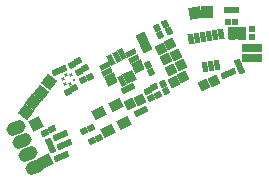
<source format=gts>
G04*
G04 #@! TF.GenerationSoftware,Altium Limited,Altium Designer,19.0.15 (446)*
G04*
G04 Layer_Color=8388736*
%FSLAX42Y42*%
%MOMM*%
G71*
G01*
G75*
%ADD37R,0.25X0.70*%
%ADD38R,1.50X1.10*%
%ADD39R,1.57X0.70*%
%ADD40R,0.30X0.30*%
%ADD41P,0.97X4X180.0*%
G04:AMPARAMS|DCode=42|XSize=0.47mm|YSize=0.85mm|CornerRadius=0mm|HoleSize=0mm|Usage=FLASHONLY|Rotation=190.000|XOffset=0mm|YOffset=0mm|HoleType=Round|Shape=Rectangle|*
%AMROTATEDRECTD42*
4,1,4,0.16,0.46,0.31,-0.38,-0.16,-0.46,-0.31,0.38,0.16,0.46,0.0*
%
%ADD42ROTATEDRECTD42*%

G04:AMPARAMS|DCode=43|XSize=0.45mm|YSize=0.85mm|CornerRadius=0mm|HoleSize=0mm|Usage=FLASHONLY|Rotation=190.000|XOffset=0mm|YOffset=0mm|HoleType=Round|Shape=Rectangle|*
%AMROTATEDRECTD43*
4,1,4,0.15,0.46,0.30,-0.38,-0.15,-0.46,-0.30,0.38,0.15,0.46,0.0*
%
%ADD43ROTATEDRECTD43*%

%ADD44R,1.00X1.00*%
%ADD45P,1.42X4X55.0*%
%ADD46P,1.42X4X161.0*%
%ADD47P,1.42X4X97.0*%
G04:AMPARAMS|DCode=48|XSize=0.55mm|YSize=0.64mm|CornerRadius=0mm|HoleSize=0mm|Usage=FLASHONLY|Rotation=116.000|XOffset=0mm|YOffset=0mm|HoleType=Round|Shape=Rectangle|*
%AMROTATEDRECTD48*
4,1,4,0.41,-0.11,-0.17,-0.39,-0.41,0.11,0.17,0.39,0.41,-0.11,0.0*
%
%ADD48ROTATEDRECTD48*%

G04:AMPARAMS|DCode=49|XSize=0.84mm|YSize=0.8mm|CornerRadius=0mm|HoleSize=0mm|Usage=FLASHONLY|Rotation=116.000|XOffset=0mm|YOffset=0mm|HoleType=Round|Shape=Rectangle|*
%AMROTATEDRECTD49*
4,1,4,0.55,-0.20,-0.18,-0.55,-0.55,0.20,0.18,0.55,0.55,-0.20,0.0*
%
%ADD49ROTATEDRECTD49*%

G04:AMPARAMS|DCode=50|XSize=0.55mm|YSize=0.64mm|CornerRadius=0mm|HoleSize=0mm|Usage=FLASHONLY|Rotation=26.000|XOffset=0mm|YOffset=0mm|HoleType=Round|Shape=Rectangle|*
%AMROTATEDRECTD50*
4,1,4,-0.11,-0.41,-0.39,0.17,0.11,0.41,0.39,-0.17,-0.11,-0.41,0.0*
%
%ADD50ROTATEDRECTD50*%

%ADD51R,0.64X0.55*%
G04:AMPARAMS|DCode=52|XSize=0.55mm|YSize=0.6mm|CornerRadius=0mm|HoleSize=0mm|Usage=FLASHONLY|Rotation=116.000|XOffset=0mm|YOffset=0mm|HoleType=Round|Shape=Rectangle|*
%AMROTATEDRECTD52*
4,1,4,0.39,-0.12,-0.15,-0.38,-0.39,0.12,0.15,0.38,0.39,-0.12,0.0*
%
%ADD52ROTATEDRECTD52*%

G04:AMPARAMS|DCode=53|XSize=0.55mm|YSize=0.6mm|CornerRadius=0mm|HoleSize=0mm|Usage=FLASHONLY|Rotation=206.000|XOffset=0mm|YOffset=0mm|HoleType=Round|Shape=Rectangle|*
%AMROTATEDRECTD53*
4,1,4,0.12,0.39,0.38,-0.15,-0.12,-0.39,-0.38,0.15,0.12,0.39,0.0*
%
%ADD53ROTATEDRECTD53*%

%ADD54R,0.60X0.55*%
G04:AMPARAMS|DCode=55|XSize=0.84mm|YSize=0.8mm|CornerRadius=0mm|HoleSize=0mm|Usage=FLASHONLY|Rotation=26.000|XOffset=0mm|YOffset=0mm|HoleType=Round|Shape=Rectangle|*
%AMROTATEDRECTD55*
4,1,4,-0.20,-0.55,-0.55,0.18,0.20,0.55,0.55,-0.18,-0.20,-0.55,0.0*
%
%ADD55ROTATEDRECTD55*%

%ADD56P,0.31X4X251.0*%
%ADD57P,0.24X8X228.5*%
G04:AMPARAMS|DCode=58|XSize=0.88mm|YSize=0.45mm|CornerRadius=0mm|HoleSize=0mm|Usage=FLASHONLY|Rotation=26.000|XOffset=0mm|YOffset=0mm|HoleType=Round|Shape=Rectangle|*
%AMROTATEDRECTD58*
4,1,4,-0.30,-0.40,-0.49,0.01,0.30,0.40,0.49,-0.01,-0.30,-0.40,0.0*
%
%ADD58ROTATEDRECTD58*%

G04:AMPARAMS|DCode=59|XSize=0.88mm|YSize=0.45mm|CornerRadius=0mm|HoleSize=0mm|Usage=FLASHONLY|Rotation=296.000|XOffset=0mm|YOffset=0mm|HoleType=Round|Shape=Rectangle|*
%AMROTATEDRECTD59*
4,1,4,-0.40,0.30,0.01,0.49,0.40,-0.30,-0.01,-0.49,-0.40,0.30,0.0*
%
%ADD59ROTATEDRECTD59*%

%ADD60R,0.55X0.60*%
G04:AMPARAMS|DCode=61|XSize=0.85mm|YSize=1.05mm|CornerRadius=0mm|HoleSize=0mm|Usage=FLASHONLY|Rotation=116.000|XOffset=0mm|YOffset=0mm|HoleType=Round|Shape=Rectangle|*
%AMROTATEDRECTD61*
4,1,4,0.66,-0.15,-0.29,-0.61,-0.66,0.15,0.29,0.61,0.66,-0.15,0.0*
%
%ADD61ROTATEDRECTD61*%

G04:AMPARAMS|DCode=62|XSize=1.1mm|YSize=1.7mm|CornerRadius=0mm|HoleSize=0mm|Usage=FLASHONLY|Rotation=116.000|XOffset=0mm|YOffset=0mm|HoleType=Round|Shape=Round|*
%AMOVALD62*
21,1,0.60,1.10,0.00,0.00,206.0*
1,1,1.10,0.27,0.13*
1,1,1.10,-0.27,-0.13*
%
%ADD62OVALD62*%

G36*
X-227Y270D02*
X-225Y270D01*
X-224Y269D01*
X-223Y269D01*
X-222Y268D01*
X-221Y267D01*
X-203Y249D01*
X-202Y248D01*
X-201Y247D01*
X-201Y246D01*
X-200Y245D01*
X-200Y243D01*
X-200Y242D01*
Y235D01*
X-200Y234D01*
X-200Y232D01*
X-201Y231D01*
X-201Y230D01*
X-202Y229D01*
X-203Y228D01*
X-204Y227D01*
X-205Y226D01*
X-206Y226D01*
X-207Y225D01*
X-209Y225D01*
X-210Y225D01*
X-250D01*
X-251Y225D01*
X-253Y225D01*
X-254Y226D01*
X-255Y226D01*
X-256Y227D01*
X-257Y228D01*
X-258Y229D01*
X-259Y230D01*
X-259Y231D01*
X-260Y232D01*
X-260Y234D01*
X-260Y235D01*
Y260D01*
X-260Y261D01*
X-260Y263D01*
X-259Y264D01*
X-259Y265D01*
X-258Y266D01*
X-257Y267D01*
X-256Y268D01*
X-255Y269D01*
X-254Y269D01*
X-253Y270D01*
X-251Y270D01*
X-250Y270D01*
X-228D01*
X-227Y270D01*
D02*
G37*
G36*
X-209Y335D02*
X-207Y335D01*
X-206Y334D01*
X-205Y334D01*
X-204Y333D01*
X-203Y332D01*
X-202Y331D01*
X-201Y330D01*
X-201Y329D01*
X-200Y328D01*
X-200Y326D01*
X-200Y325D01*
Y318D01*
X-200Y317D01*
X-200Y315D01*
X-201Y314D01*
X-201Y313D01*
X-202Y312D01*
X-203Y311D01*
X-221Y293D01*
X-222Y292D01*
X-223Y291D01*
X-224Y291D01*
X-225Y290D01*
X-227Y290D01*
X-228Y290D01*
X-250D01*
X-251Y290D01*
X-253Y290D01*
X-254Y291D01*
X-255Y291D01*
X-256Y292D01*
X-257Y293D01*
X-258Y294D01*
X-259Y295D01*
X-259Y296D01*
X-260Y297D01*
X-260Y299D01*
X-260Y300D01*
Y325D01*
X-260Y326D01*
X-260Y328D01*
X-259Y329D01*
X-259Y330D01*
X-258Y331D01*
X-257Y332D01*
X-256Y333D01*
X-255Y334D01*
X-254Y334D01*
X-253Y335D01*
X-251Y335D01*
X-250Y335D01*
X-210D01*
X-209Y335D01*
D02*
G37*
G36*
X-119Y270D02*
X-117Y270D01*
X-116Y269D01*
X-115Y269D01*
X-114Y268D01*
X-113Y267D01*
X-112Y266D01*
X-111Y265D01*
X-111Y264D01*
X-110Y263D01*
X-110Y261D01*
X-110Y260D01*
Y235D01*
X-110Y234D01*
X-110Y232D01*
X-111Y231D01*
X-111Y230D01*
X-112Y229D01*
X-113Y228D01*
X-114Y227D01*
X-115Y226D01*
X-116Y226D01*
X-117Y225D01*
X-119Y225D01*
X-120Y225D01*
X-167D01*
X-168Y225D01*
X-170Y225D01*
X-171Y226D01*
X-172Y226D01*
X-173Y227D01*
X-174Y228D01*
X-175Y229D01*
X-176Y230D01*
X-176Y231D01*
X-177Y232D01*
X-177Y234D01*
X-177Y235D01*
X-177Y236D01*
X-177Y238D01*
X-176Y239D01*
X-176Y240D01*
X-175Y241D01*
X-174Y242D01*
X-149Y267D01*
X-148Y268D01*
X-147Y269D01*
X-146Y269D01*
X-145Y270D01*
X-143Y270D01*
X-142Y270D01*
X-120D01*
X-119Y270D01*
D02*
G37*
G36*
Y335D02*
X-117Y335D01*
X-116Y334D01*
X-115Y334D01*
X-114Y333D01*
X-113Y332D01*
X-112Y331D01*
X-111Y330D01*
X-111Y329D01*
X-110Y328D01*
X-110Y326D01*
X-110Y325D01*
Y300D01*
X-110Y299D01*
X-110Y297D01*
X-111Y296D01*
X-111Y295D01*
X-112Y294D01*
X-113Y293D01*
X-114Y292D01*
X-115Y291D01*
X-116Y291D01*
X-117Y290D01*
X-119Y290D01*
X-120Y290D01*
X-142D01*
X-143Y290D01*
X-145Y290D01*
X-146Y291D01*
X-147Y291D01*
X-148Y292D01*
X-149Y293D01*
X-167Y311D01*
X-168Y312D01*
X-169Y313D01*
X-169Y314D01*
X-170Y315D01*
X-170Y317D01*
X-170Y318D01*
Y325D01*
X-170Y326D01*
X-170Y328D01*
X-169Y329D01*
X-169Y330D01*
X-168Y331D01*
X-167Y332D01*
X-166Y333D01*
X-165Y334D01*
X-164Y334D01*
X-163Y335D01*
X-161Y335D01*
X-160Y335D01*
X-120D01*
X-119Y335D01*
D02*
G37*
D37*
X15Y72D02*
D03*
X15Y157D02*
D03*
D38*
X-185Y280D02*
D03*
D39*
X-71Y72D02*
D03*
Y157D02*
D03*
D40*
X-238Y247D02*
D03*
Y312D02*
D03*
X-133D02*
D03*
Y247D02*
D03*
D41*
X-185Y280D02*
D03*
D42*
X-573Y230D02*
D03*
X-327Y273D02*
D03*
D43*
X-524Y238D02*
D03*
X-455Y-3D02*
D03*
X-474Y247D02*
D03*
X-406Y5D02*
D03*
X-425Y256D02*
D03*
X-357Y14D02*
D03*
X-376Y264D02*
D03*
D44*
X-438Y462D02*
D03*
D45*
X-543Y453D02*
D03*
D46*
X-1801Y-801D02*
D03*
X-1892Y-488D02*
D03*
D47*
X-1780Y-134D02*
D03*
X-1850Y-222D02*
D03*
X-1977Y-382D02*
D03*
X-1915Y-303D02*
D03*
D48*
X-292Y-72D02*
D03*
X-233Y-43D02*
D03*
X-887Y-177D02*
D03*
X-945Y-206D02*
D03*
X-1752Y-532D02*
D03*
X-1810Y-560D02*
D03*
X-1654Y-573D02*
D03*
X-1712Y-601D02*
D03*
X-1619Y-645D02*
D03*
X-1677Y-673D02*
D03*
X-1705Y-776D02*
D03*
X-1646Y-747D02*
D03*
X-1716Y-47D02*
D03*
X-1657Y-18D02*
D03*
D49*
X-465Y-159D02*
D03*
X-385Y-121D02*
D03*
X-720Y-129D02*
D03*
X-641Y-90D02*
D03*
X-1091Y-321D02*
D03*
X-1012Y-283D02*
D03*
X-831Y150D02*
D03*
X-752Y189D02*
D03*
X-787Y61D02*
D03*
X-708Y99D02*
D03*
X-743Y-29D02*
D03*
X-664Y9D02*
D03*
D50*
X-182Y30D02*
D03*
X-153Y-28D02*
D03*
X-766Y302D02*
D03*
X-794Y361D02*
D03*
X-1779Y-642D02*
D03*
X-1750Y-701D02*
D03*
D51*
X-267Y478D02*
D03*
X-203D02*
D03*
D52*
X-1622Y-213D02*
D03*
X-1566Y-185D02*
D03*
X-1471Y-16D02*
D03*
X-1526Y-44D02*
D03*
X-1436Y-88D02*
D03*
X-1491Y-115D02*
D03*
X-1533Y42D02*
D03*
X-1588Y15D02*
D03*
X-975Y-365D02*
D03*
X-1030Y-392D02*
D03*
X-857Y-241D02*
D03*
X-913Y-268D02*
D03*
X-1083Y-172D02*
D03*
X-1139Y-199D02*
D03*
X-1416Y-635D02*
D03*
X-1360Y-608D02*
D03*
X-1482Y-545D02*
D03*
X-1426Y-518D02*
D03*
D53*
X-912Y-46D02*
D03*
X-940Y10D02*
D03*
X-816Y-152D02*
D03*
X-789Y-208D02*
D03*
X-837Y270D02*
D03*
X-864Y325D02*
D03*
D54*
X-266Y378D02*
D03*
X-204Y378D02*
D03*
D55*
X-955Y163D02*
D03*
X-994Y242D02*
D03*
D56*
X-1598Y-145D02*
D03*
X-1641Y-149D02*
D03*
X-1663Y-104D02*
D03*
X-1633Y-73D02*
D03*
X-1591Y-69D02*
D03*
D57*
X-1569Y-114D02*
D03*
D58*
X-1309Y1D02*
D03*
X-1287Y-44D02*
D03*
X-1265Y-89D02*
D03*
X-1244Y-134D02*
D03*
X-1017Y-23D02*
D03*
X-1038Y22D02*
D03*
X-1060Y67D02*
D03*
X-1082Y112D02*
D03*
D59*
X-1163Y-124D02*
D03*
X-1119Y-102D02*
D03*
X-1074Y-80D02*
D03*
X-1162Y102D02*
D03*
X-1207Y80D02*
D03*
X-1252Y58D02*
D03*
D60*
X-62Y313D02*
D03*
X-62Y252D02*
D03*
D61*
X-1280Y-546D02*
D03*
X-1352Y-398D02*
D03*
X-1213Y-330D02*
D03*
X-1141Y-478D02*
D03*
D62*
X-2058Y-525D02*
D03*
X-2005Y-633D02*
D03*
X-1953Y-741D02*
D03*
X-1900Y-849D02*
D03*
M02*

</source>
